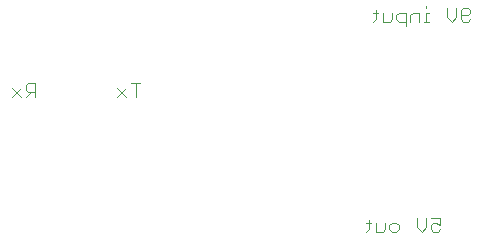
<source format=gbo>
G75*
%MOIN*%
%OFA0B0*%
%FSLAX25Y25*%
%IPPOS*%
%LPD*%
%AMOC8*
5,1,8,0,0,1.08239X$1,22.5*
%
%ADD10C,0.00400*%
D10*
X0176246Y0271200D02*
X0177013Y0271967D01*
X0177013Y0275037D01*
X0177780Y0274269D02*
X0176246Y0274269D01*
X0179315Y0274269D02*
X0179315Y0271200D01*
X0181617Y0271200D01*
X0182384Y0271967D01*
X0182384Y0274269D01*
X0183919Y0273502D02*
X0183919Y0271967D01*
X0184686Y0271200D01*
X0186221Y0271200D01*
X0186988Y0271967D01*
X0186988Y0273502D01*
X0186221Y0274269D01*
X0184686Y0274269D01*
X0183919Y0273502D01*
X0193127Y0272735D02*
X0193127Y0275804D01*
X0196196Y0275804D02*
X0196196Y0272735D01*
X0194661Y0271200D01*
X0193127Y0272735D01*
X0197731Y0273502D02*
X0197731Y0271967D01*
X0198498Y0271200D01*
X0200033Y0271200D01*
X0200800Y0271967D01*
X0200800Y0273502D02*
X0199265Y0274269D01*
X0198498Y0274269D01*
X0197731Y0273502D01*
X0197731Y0275804D02*
X0200800Y0275804D01*
X0200800Y0273502D01*
X0189315Y0339665D02*
X0189315Y0344269D01*
X0187013Y0344269D01*
X0186246Y0343502D01*
X0186246Y0341967D01*
X0187013Y0341200D01*
X0189315Y0341200D01*
X0190850Y0341200D02*
X0190850Y0343502D01*
X0191617Y0344269D01*
X0193919Y0344269D01*
X0193919Y0341200D01*
X0195454Y0341200D02*
X0196988Y0341200D01*
X0196221Y0341200D02*
X0196221Y0344269D01*
X0196988Y0344269D01*
X0196221Y0345804D02*
X0196221Y0346571D01*
X0203127Y0345804D02*
X0203127Y0342735D01*
X0204661Y0341200D01*
X0206196Y0342735D01*
X0206196Y0345804D01*
X0207731Y0345037D02*
X0208498Y0345804D01*
X0210033Y0345804D01*
X0210800Y0345037D01*
X0210800Y0344269D01*
X0210033Y0343502D01*
X0207731Y0343502D01*
X0207731Y0341967D02*
X0207731Y0345037D01*
X0207731Y0341967D02*
X0208498Y0341200D01*
X0210033Y0341200D01*
X0210800Y0341967D01*
X0184711Y0341967D02*
X0183944Y0341200D01*
X0181642Y0341200D01*
X0181642Y0344269D01*
X0180107Y0344269D02*
X0178573Y0344269D01*
X0179340Y0345037D02*
X0179340Y0341967D01*
X0178573Y0341200D01*
X0184711Y0341967D02*
X0184711Y0344269D01*
X0100800Y0320804D02*
X0097731Y0320804D01*
X0099265Y0320804D02*
X0099265Y0316200D01*
X0096196Y0316200D02*
X0093127Y0319269D01*
X0096196Y0319269D02*
X0093127Y0316200D01*
X0065800Y0316200D02*
X0065800Y0320804D01*
X0063498Y0320804D01*
X0062731Y0320037D01*
X0062731Y0318502D01*
X0063498Y0317735D01*
X0065800Y0317735D01*
X0064265Y0317735D02*
X0062731Y0316200D01*
X0061196Y0316200D02*
X0058127Y0319269D01*
X0061196Y0319269D02*
X0058127Y0316200D01*
M02*

</source>
